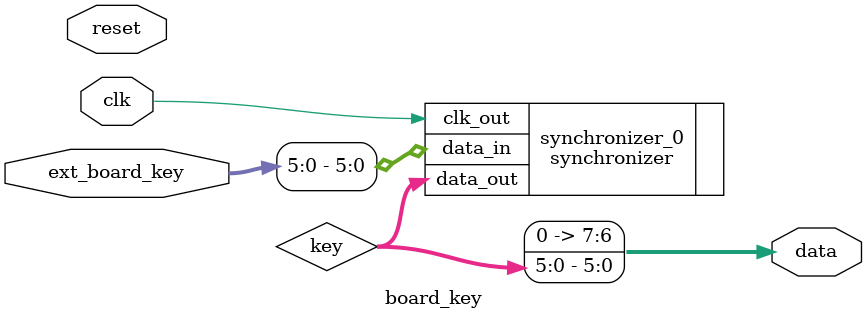
<source format=v>
/*
  Copyright (c) 2015, miya
  All rights reserved.

  Redistribution and use in source and binary forms, with or without modification, are permitted provided that the following conditions are met:

  1. Redistributions of source code must retain the above copyright notice, this list of conditions and the following disclaimer.

  2. Redistributions in binary form must reproduce the above copyright notice, this list of conditions and the following disclaimer in the documentation and/or other materials provided with the distribution.
 
  THIS SOFTWARE IS PROVIDED BY THE COPYRIGHT HOLDERS AND CONTRIBUTORS "AS IS" AND ANY EXPRESS OR IMPLIED WARRANTIES, INCLUDING, BUT NOT LIMITED TO, THE IMPLIED WARRANTIES OF MERCHANTABILITY AND FITNESS FOR A PARTICULAR PURPOSE ARE DISCLAIMED.
  IN NO EVENT SHALL THE COPYRIGHT OWNER OR CONTRIBUTORS BE LIABLE FOR ANY DIRECT, INDIRECT, INCIDENTAL, SPECIAL, EXEMPLARY, OR CONSEQUENTIAL DAMAGES (INCLUDING, BUT NOT LIMITED TO,
  PROCUREMENT OF SUBSTITUTE GOODS OR SERVICES; LOSS OF USE, DATA, OR PROFITS; OR BUSINESS INTERRUPTION) HOWEVER CAUSED AND ON ANY THEORY OF LIABILITY, WHETHER IN CONTRACT, STRICT LIABILITY, OR TORT (INCLUDING NEGLIGENCE OR OTHERWISE) ARISING IN ANY WAY OUT OF THE USE OF THIS SOFTWARE, EVEN IF ADVISED OF THE POSSIBILITY OF SUCH DAMAGE.
*/

module board_key
  #(
    parameter DATA_WIDTH = 8,
    parameter KEY_WIDTH = 6
    )
  (
   input                          clk,
   input                          reset,
   output signed [DATA_WIDTH-1:0] data,
   input signed [DATA_WIDTH-1:0]  ext_board_key
   );

  wire [KEY_WIDTH-1:0]            key;
  assign data = {{(DATA_WIDTH-KEY_WIDTH){1'b0}}, key};

  synchronizer
    #(
      .DATA_WIDTH (KEY_WIDTH)
      )
  synchronizer_0
    (
     .clk_out (clk),
     .data_in (ext_board_key[KEY_WIDTH-1:0]),
     .data_out (key)
     );

endmodule

</source>
